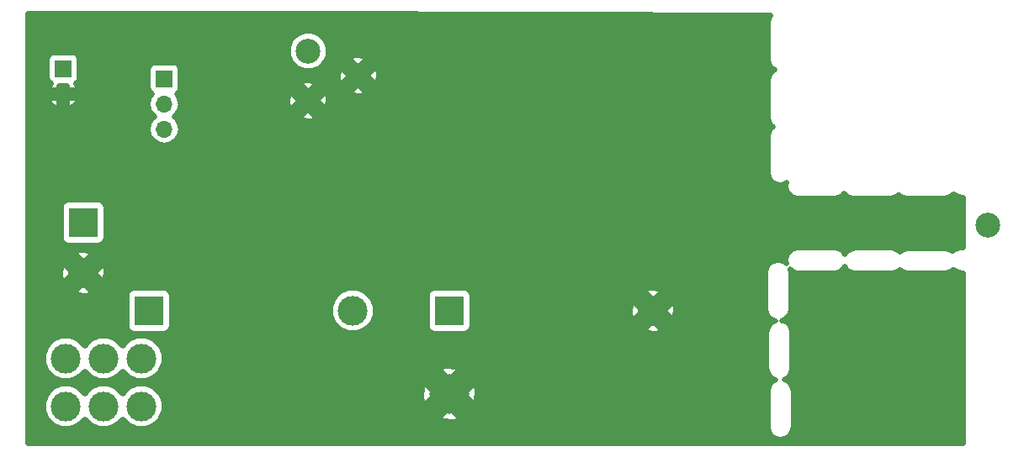
<source format=gbr>
G04 #@! TF.FileFunction,Copper,L2,Bot,Signal*
%FSLAX46Y46*%
G04 Gerber Fmt 4.6, Leading zero omitted, Abs format (unit mm)*
G04 Created by KiCad (PCBNEW 4.0.7) date 04/19/20 01:40:25*
%MOMM*%
%LPD*%
G01*
G04 APERTURE LIST*
%ADD10C,0.100000*%
%ADD11C,3.000000*%
%ADD12R,3.000000X3.000000*%
%ADD13R,1.700000X1.700000*%
%ADD14O,1.700000X1.700000*%
%ADD15C,2.500000*%
%ADD16C,4.000000*%
%ADD17C,0.600000*%
%ADD18C,0.350000*%
%ADD19C,0.500000*%
G04 APERTURE END LIST*
D10*
D11*
X71544000Y-112776000D03*
D12*
X51054000Y-112776000D03*
D11*
X50292000Y-117602000D03*
X46482000Y-117602000D03*
X42672000Y-117602000D03*
X50292000Y-122428000D03*
X46482000Y-122428000D03*
X42672000Y-122428000D03*
X101770000Y-112776000D03*
D12*
X81280000Y-112776000D03*
D13*
X42418000Y-88392000D03*
D14*
X42418000Y-90932000D03*
D15*
X72096000Y-89114000D03*
X67056000Y-91614000D03*
X67056000Y-86614000D03*
D13*
X52578000Y-89408000D03*
D14*
X52578000Y-91948000D03*
X52578000Y-94488000D03*
D15*
X135430000Y-104160000D03*
D16*
X81280000Y-121158000D03*
D12*
X44450000Y-103886000D03*
D11*
X44450000Y-108966000D03*
D17*
X39878000Y-120142000D03*
X39878000Y-121412000D03*
X39878000Y-122936000D03*
X39878000Y-124460000D03*
X40386000Y-125730000D03*
X42672000Y-125984000D03*
X45212000Y-125730000D03*
X47498000Y-125730000D03*
X50546000Y-125730000D03*
X52324000Y-125730000D03*
X78670000Y-93820000D03*
X78620000Y-92010000D03*
X79040000Y-91050000D03*
X79410000Y-89810000D03*
X79410000Y-87660000D03*
X79510000Y-86360000D03*
X79880000Y-84550000D03*
X105625000Y-91675000D03*
X106975000Y-91675000D03*
X108150000Y-91675000D03*
X94750000Y-98225000D03*
X94750000Y-97225000D03*
X94675000Y-96025000D03*
X94996000Y-83820000D03*
X94996000Y-85090000D03*
X94742000Y-86614000D03*
X94488000Y-87884000D03*
X94488000Y-89408000D03*
X94525000Y-90300000D03*
X94700000Y-91675000D03*
X95504000Y-93472000D03*
X96774000Y-93472000D03*
X97536000Y-93980000D03*
X98044000Y-95250000D03*
X98044000Y-97028000D03*
X98044000Y-98298000D03*
X75692000Y-94488000D03*
X66294000Y-88900000D03*
X67564000Y-89154000D03*
X69088000Y-89662000D03*
X70612000Y-90678000D03*
X72136000Y-92456000D03*
X52070000Y-98806000D03*
X39370000Y-108204000D03*
X39370000Y-105918000D03*
X39116000Y-103124000D03*
X39370000Y-102362000D03*
X39116000Y-112522000D03*
X39624000Y-109728000D03*
X52250000Y-102650000D03*
X51070000Y-102470000D03*
X48460000Y-101620000D03*
X46910000Y-101610000D03*
X45670000Y-101530000D03*
X44490000Y-101320000D03*
X42730000Y-101240000D03*
X41300000Y-100870000D03*
X54040000Y-85300000D03*
X54300000Y-86750000D03*
X54700000Y-88500000D03*
X54500000Y-89610000D03*
X54270000Y-90500000D03*
X54280000Y-91770000D03*
X54220000Y-92810000D03*
X39750000Y-100750000D03*
X39200000Y-99950000D03*
X39050000Y-98650000D03*
X39150000Y-96900000D03*
X39100000Y-95400000D03*
X38900000Y-93850000D03*
X38900000Y-92650000D03*
X39050000Y-91650000D03*
X61900000Y-101050000D03*
X61334000Y-100050000D03*
X61184000Y-97850000D03*
X62400000Y-97000000D03*
X62450000Y-95300000D03*
X54850000Y-93500000D03*
X54800000Y-94450000D03*
X54650000Y-95650000D03*
X54200000Y-102200000D03*
X59550000Y-102100000D03*
X57700000Y-102000000D03*
X55450000Y-101900000D03*
X61800000Y-102100000D03*
X63875000Y-101825000D03*
X65875000Y-101850000D03*
X68150000Y-101975000D03*
X70450000Y-102000000D03*
X72129966Y-101802640D03*
X74050000Y-102025000D03*
X75650000Y-102250000D03*
X48400000Y-83250000D03*
X46650000Y-83300000D03*
X44400000Y-83300000D03*
X42600000Y-83050000D03*
X40400000Y-83100000D03*
X39550000Y-83850000D03*
X38850000Y-85100000D03*
X38800000Y-86500000D03*
X38850000Y-88150000D03*
X38850000Y-89800000D03*
X39300000Y-90950000D03*
X78070000Y-95550000D03*
X78030000Y-97230000D03*
X64500000Y-93000000D03*
X65000000Y-91500000D03*
X65000000Y-89500000D03*
X65000000Y-84000000D03*
X65000000Y-88000000D03*
X65000000Y-86500000D03*
X65000000Y-85000000D03*
X54040000Y-98070000D03*
X53970000Y-83840000D03*
X50450000Y-83200000D03*
X38862000Y-115062000D03*
X54250000Y-83150000D03*
X52350000Y-83150000D03*
X56750000Y-83100000D03*
X110744000Y-108966000D03*
X109474000Y-107188000D03*
X107188000Y-105410000D03*
X104902000Y-103378000D03*
X103124000Y-101854000D03*
X101346000Y-100838000D03*
X39878000Y-118872000D03*
X111760000Y-112522000D03*
X111506000Y-115062000D03*
X111760000Y-116840000D03*
X111506000Y-119380000D03*
X111252000Y-121412000D03*
X110744000Y-123698000D03*
X109474000Y-125476000D03*
X105918000Y-125730000D03*
X102616000Y-125730000D03*
X99822000Y-125984000D03*
X96266000Y-125984000D03*
X93218000Y-125730000D03*
X88646000Y-125476000D03*
X85598000Y-125730000D03*
X82042000Y-125730000D03*
X78232000Y-125984000D03*
X74676000Y-125984000D03*
X71628000Y-125984000D03*
X68072000Y-125730000D03*
X64770000Y-125730000D03*
X62230000Y-125730000D03*
X59944000Y-125476000D03*
X58420000Y-125222000D03*
X55626000Y-125222000D03*
X53594000Y-125222000D03*
X112014000Y-109728000D03*
X112014000Y-107442000D03*
X77250000Y-101900000D03*
X78350000Y-101350000D03*
X99822000Y-100330000D03*
X96774000Y-100076000D03*
X95250000Y-100092000D03*
X92710000Y-99822000D03*
X91050000Y-99838000D03*
X88850000Y-100750000D03*
X87500000Y-101950000D03*
X85600000Y-102550000D03*
X83300000Y-102350000D03*
X81250000Y-102050000D03*
X132590000Y-105420000D03*
X132660000Y-102460000D03*
X114440000Y-105640000D03*
X114540000Y-105640000D03*
X130048000Y-105410000D03*
X127630000Y-105470000D03*
X125790000Y-105370000D03*
X124190000Y-105490000D03*
X122480000Y-105510000D03*
X120690000Y-105550000D03*
X118470000Y-105500000D03*
X116590000Y-105480000D03*
X129810000Y-102470000D03*
X128220000Y-102440000D03*
X126370000Y-102440000D03*
X124210000Y-102420000D03*
X122510000Y-102420000D03*
X120750000Y-102420000D03*
X118800000Y-102370000D03*
X116008911Y-102321919D03*
X113550000Y-102230000D03*
X113030000Y-101346000D03*
X113140000Y-99548000D03*
X113030000Y-97028000D03*
X113030000Y-94996000D03*
X113030000Y-92964000D03*
X113030000Y-90932000D03*
X113060000Y-89634000D03*
X112950000Y-87834000D03*
X112760000Y-85736000D03*
X112014000Y-84074000D03*
X110236000Y-83820000D03*
X104400000Y-83250000D03*
X102600000Y-83150000D03*
X101100000Y-83150000D03*
X99350000Y-83100000D03*
X97600000Y-83100000D03*
X96350000Y-83000000D03*
X106450000Y-83450000D03*
X108458000Y-83566000D03*
X79630000Y-99140000D03*
X80960000Y-98260000D03*
X79960000Y-102710000D03*
X79970000Y-101350000D03*
X78560000Y-83590000D03*
X58450000Y-82900000D03*
X60500000Y-83000000D03*
X62200000Y-83100000D03*
X63650000Y-83100000D03*
X65300000Y-83100000D03*
X67100000Y-83150000D03*
X68950000Y-83250000D03*
X71250000Y-83300000D03*
X73150000Y-83250000D03*
X74650000Y-83350000D03*
X76700000Y-83250000D03*
X95000000Y-83050000D03*
X93500000Y-83000000D03*
X92050000Y-83050000D03*
X91000000Y-83100000D03*
X89400000Y-83000000D03*
X87750000Y-83050000D03*
X86550000Y-83100000D03*
X85200000Y-83150000D03*
X83950000Y-83000000D03*
X82400000Y-83000000D03*
X80900000Y-83050000D03*
X79250000Y-83100000D03*
D18*
X39878000Y-120142000D02*
X39878000Y-121412000D01*
X39878000Y-122936000D02*
X39878000Y-124460000D01*
X40386000Y-125730000D02*
X40640000Y-125984000D01*
X40640000Y-125984000D02*
X42672000Y-125984000D01*
X45212000Y-125730000D02*
X47498000Y-125730000D01*
X50546000Y-125730000D02*
X52324000Y-125730000D01*
X78070000Y-95550000D02*
X78070000Y-94420000D01*
X78070000Y-94420000D02*
X78670000Y-93820000D01*
X78620000Y-92010000D02*
X79040000Y-91590000D01*
X79040000Y-91590000D02*
X79040000Y-91050000D01*
X79410000Y-89810000D02*
X79410000Y-87660000D01*
X79510000Y-86360000D02*
X79880000Y-85990000D01*
X79880000Y-85990000D02*
X79880000Y-84550000D01*
X105625000Y-91675000D02*
X106975000Y-91675000D01*
X95250000Y-98725000D02*
X95250000Y-100092000D01*
X94750000Y-98225000D02*
X95250000Y-98725000D01*
X94750000Y-96100000D02*
X94750000Y-97225000D01*
X94675000Y-96025000D02*
X94750000Y-96100000D01*
X96774000Y-100076000D02*
X96774000Y-99568000D01*
X94996000Y-84328000D02*
X94996000Y-83820000D01*
X94996000Y-85090000D02*
X94996000Y-84328000D01*
X94742000Y-87630000D02*
X94742000Y-86614000D01*
X94488000Y-87884000D02*
X94742000Y-87630000D01*
X94488000Y-90170000D02*
X94488000Y-89408000D01*
X94525000Y-90300000D02*
X94488000Y-90170000D01*
X94742000Y-92202000D02*
X94700000Y-91675000D01*
X94742000Y-92710000D02*
X94742000Y-92202000D01*
X95504000Y-93472000D02*
X94742000Y-92710000D01*
X97028000Y-93472000D02*
X96774000Y-93472000D01*
X97536000Y-93980000D02*
X97028000Y-93472000D01*
X98044000Y-97028000D02*
X98044000Y-95250000D01*
X96774000Y-99568000D02*
X98044000Y-98298000D01*
X75692000Y-94488000D02*
X77008000Y-94488000D01*
X77008000Y-94488000D02*
X78070000Y-95550000D01*
X65694000Y-89500000D02*
X65000000Y-89500000D01*
X66294000Y-88900000D02*
X65694000Y-89500000D01*
X68580000Y-89154000D02*
X67564000Y-89154000D01*
X69088000Y-89662000D02*
X68580000Y-89154000D01*
X70612000Y-90932000D02*
X70612000Y-90678000D01*
X72136000Y-92456000D02*
X70612000Y-90932000D01*
X52070000Y-98806000D02*
X52070000Y-102470000D01*
X52070000Y-102470000D02*
X52250000Y-102650000D01*
X52806000Y-98070000D02*
X54040000Y-98070000D01*
X52070000Y-98806000D02*
X52806000Y-98070000D01*
X54040000Y-98070000D02*
X54040000Y-102040000D01*
X54040000Y-102040000D02*
X54200000Y-102200000D01*
X39624000Y-109728000D02*
X39370000Y-109474000D01*
X39370000Y-109474000D02*
X39370000Y-108204000D01*
X39370000Y-105918000D02*
X39116000Y-105664000D01*
X39116000Y-105664000D02*
X39116000Y-103124000D01*
X39370000Y-102362000D02*
X39750000Y-101982000D01*
X39750000Y-101982000D02*
X39750000Y-100750000D01*
X38862000Y-115062000D02*
X39116000Y-114808000D01*
X39116000Y-114808000D02*
X39116000Y-112522000D01*
D19*
X51070000Y-102470000D02*
X50970000Y-102370000D01*
X50970000Y-102370000D02*
X49210000Y-102370000D01*
X49210000Y-102370000D02*
X48460000Y-101620000D01*
X46910000Y-101610000D02*
X46830000Y-101530000D01*
X46830000Y-101530000D02*
X45670000Y-101530000D01*
X44490000Y-101320000D02*
X44410000Y-101240000D01*
X44410000Y-101240000D02*
X42730000Y-101240000D01*
X41300000Y-100870000D02*
X41180000Y-100750000D01*
X41180000Y-100750000D02*
X39750000Y-100750000D01*
X53970000Y-85230000D02*
X53970000Y-83840000D01*
X54040000Y-85300000D02*
X53970000Y-85230000D01*
X54300000Y-88100000D02*
X54300000Y-86750000D01*
X54700000Y-88500000D02*
X54300000Y-88100000D01*
X54500000Y-90270000D02*
X54500000Y-89610000D01*
X54270000Y-90500000D02*
X54500000Y-90270000D01*
X54280000Y-92750000D02*
X54280000Y-91770000D01*
X54220000Y-92810000D02*
X54280000Y-92750000D01*
X39050000Y-91650000D02*
X39300000Y-91400000D01*
X39300000Y-91400000D02*
X39300000Y-90950000D01*
X39200000Y-99950000D02*
X39050000Y-99800000D01*
X39050000Y-99800000D02*
X39050000Y-98650000D01*
X39150000Y-96900000D02*
X39100000Y-96850000D01*
X39100000Y-96850000D02*
X39100000Y-95400000D01*
X38900000Y-93850000D02*
X38900000Y-92650000D01*
X61800000Y-101150000D02*
X61800000Y-102100000D01*
X61900000Y-101050000D02*
X61800000Y-101150000D01*
X61234000Y-99950000D02*
X61334000Y-100050000D01*
X61234000Y-97900000D02*
X61234000Y-99950000D01*
X61184000Y-97850000D02*
X61234000Y-97900000D01*
X62400000Y-95350000D02*
X62400000Y-97000000D01*
X62450000Y-95300000D02*
X62400000Y-95350000D01*
X54040000Y-98070000D02*
X54040000Y-96710000D01*
X54850000Y-94400000D02*
X54850000Y-93500000D01*
X54800000Y-94450000D02*
X54850000Y-94400000D01*
X54650000Y-96100000D02*
X54650000Y-95650000D01*
X54040000Y-96710000D02*
X54650000Y-96100000D01*
X53030000Y-102500000D02*
X52250000Y-102650000D01*
X54200000Y-102200000D02*
X53030000Y-102500000D01*
X61800000Y-102100000D02*
X59550000Y-102100000D01*
X57700000Y-102000000D02*
X57600000Y-101900000D01*
X57600000Y-101900000D02*
X55450000Y-101900000D01*
X64516000Y-101600000D02*
X63875000Y-101825000D01*
X65875000Y-101850000D02*
X64516000Y-101600000D01*
X70350000Y-102100000D02*
X68150000Y-101975000D01*
X70450000Y-102000000D02*
X70350000Y-102100000D01*
X72898000Y-101854000D02*
X72129966Y-101802640D01*
X74050000Y-102025000D02*
X72898000Y-101854000D01*
X76900000Y-102250000D02*
X75650000Y-102250000D01*
X39300000Y-90950000D02*
X38850000Y-90500000D01*
X48450000Y-83200000D02*
X50450000Y-83200000D01*
X48400000Y-83250000D02*
X48450000Y-83200000D01*
X44400000Y-83300000D02*
X46650000Y-83300000D01*
X40450000Y-83050000D02*
X42600000Y-83050000D01*
X40400000Y-83100000D02*
X40450000Y-83050000D01*
X39550000Y-84400000D02*
X39550000Y-83850000D01*
X38850000Y-85100000D02*
X39550000Y-84400000D01*
X38800000Y-88100000D02*
X38800000Y-86500000D01*
X38850000Y-88150000D02*
X38800000Y-88100000D01*
X38850000Y-90500000D02*
X38850000Y-89800000D01*
D18*
X64500000Y-93000000D02*
X65000000Y-92500000D01*
X65000000Y-92500000D02*
X65000000Y-91500000D01*
X65000000Y-89500000D02*
X65000000Y-88000000D01*
X65000000Y-86500000D02*
X65000000Y-85000000D01*
X54010000Y-98040000D02*
X54040000Y-98070000D01*
D19*
X52350000Y-83150000D02*
X54250000Y-83150000D01*
X56750000Y-83100000D02*
X56950000Y-82900000D01*
X56950000Y-82900000D02*
X58450000Y-82900000D01*
D18*
X112014000Y-107442000D02*
X112638000Y-107442000D01*
X112638000Y-107442000D02*
X114440000Y-105640000D01*
X99822000Y-100330000D02*
X100076000Y-100076000D01*
X111506000Y-109728000D02*
X112014000Y-109728000D01*
X110744000Y-108966000D02*
X111506000Y-109728000D01*
X108966000Y-107188000D02*
X109474000Y-107188000D01*
X107188000Y-105410000D02*
X108966000Y-107188000D01*
X104648000Y-103378000D02*
X104902000Y-103378000D01*
X103124000Y-101854000D02*
X104648000Y-103378000D01*
X100076000Y-100076000D02*
X101346000Y-100838000D01*
X112014000Y-109728000D02*
X111760000Y-109982000D01*
X111760000Y-109982000D02*
X111760000Y-112522000D01*
X111506000Y-115062000D02*
X111760000Y-115316000D01*
X111760000Y-115316000D02*
X111760000Y-116840000D01*
X111506000Y-119380000D02*
X111252000Y-119634000D01*
X111252000Y-119634000D02*
X111252000Y-121412000D01*
X110744000Y-123698000D02*
X109474000Y-124968000D01*
X109474000Y-124968000D02*
X109474000Y-125476000D01*
X105918000Y-125730000D02*
X102616000Y-125730000D01*
X99822000Y-125984000D02*
X96266000Y-125984000D01*
X93218000Y-125730000D02*
X92964000Y-125476000D01*
X92964000Y-125476000D02*
X88646000Y-125476000D01*
X85598000Y-125730000D02*
X82042000Y-125730000D01*
X78232000Y-125984000D02*
X74676000Y-125984000D01*
X71628000Y-125984000D02*
X71374000Y-125730000D01*
X71374000Y-125730000D02*
X68072000Y-125730000D01*
X64770000Y-125730000D02*
X62230000Y-125730000D01*
X59944000Y-125476000D02*
X59436000Y-125222000D01*
X59436000Y-125222000D02*
X58420000Y-125222000D01*
X55626000Y-125222000D02*
X55118000Y-125222000D01*
X55118000Y-125222000D02*
X53594000Y-125222000D01*
D19*
X79970000Y-101350000D02*
X78350000Y-101350000D01*
X77250000Y-101900000D02*
X76900000Y-102250000D01*
X96774000Y-100076000D02*
X95250000Y-100092000D01*
X80550000Y-101350000D02*
X79970000Y-101350000D01*
X92710000Y-99822000D02*
X91050000Y-99838000D01*
X88850000Y-100750000D02*
X87650000Y-101950000D01*
X87650000Y-101950000D02*
X87500000Y-101950000D01*
X85600000Y-102550000D02*
X85400000Y-102350000D01*
X85400000Y-102350000D02*
X83300000Y-102350000D01*
X81250000Y-102050000D02*
X80550000Y-101350000D01*
X132660000Y-102460000D02*
X132690000Y-105400000D01*
X129810000Y-102470000D02*
X132610000Y-102510000D01*
X132610000Y-102510000D02*
X132660000Y-102460000D01*
X114440000Y-105640000D02*
X114540000Y-105640000D01*
X127680000Y-105420000D02*
X130048000Y-105410000D01*
X127630000Y-105470000D02*
X127680000Y-105420000D01*
X124240000Y-105440000D02*
X125790000Y-105370000D01*
X124190000Y-105490000D02*
X124240000Y-105440000D01*
X120740000Y-105500000D02*
X122480000Y-105510000D01*
X120690000Y-105550000D02*
X120740000Y-105500000D01*
X116590000Y-105480000D02*
X118470000Y-105500000D01*
X129810000Y-102470000D02*
X129960000Y-102470000D01*
X126370000Y-102440000D02*
X128220000Y-102440000D01*
X122510000Y-102420000D02*
X124210000Y-102420000D01*
X118850000Y-102420000D02*
X120750000Y-102420000D01*
X118800000Y-102370000D02*
X118850000Y-102420000D01*
X114368911Y-102641919D02*
X116008911Y-102321919D01*
X113550000Y-102230000D02*
X114368911Y-102641919D01*
X113030000Y-101296000D02*
X113030000Y-101346000D01*
X113140000Y-99548000D02*
X113030000Y-101296000D01*
X108458000Y-83566000D02*
X108800000Y-83600000D01*
X112980000Y-95046000D02*
X113030000Y-97028000D01*
X113030000Y-94996000D02*
X112980000Y-95046000D01*
X112980000Y-90982000D02*
X113030000Y-92964000D01*
X113030000Y-90932000D02*
X112980000Y-90982000D01*
X113050000Y-87934000D02*
X113060000Y-89634000D01*
X112950000Y-87834000D02*
X113050000Y-87934000D01*
X112654372Y-85155168D02*
X112760000Y-85736000D01*
X112014000Y-84074000D02*
X112654372Y-85155168D01*
X108800000Y-83600000D02*
X110236000Y-83820000D01*
X102700000Y-83250000D02*
X104400000Y-83250000D01*
X102600000Y-83150000D02*
X102700000Y-83250000D01*
X99400000Y-83150000D02*
X101100000Y-83150000D01*
X99350000Y-83100000D02*
X99400000Y-83150000D01*
X96450000Y-83100000D02*
X97600000Y-83100000D01*
X96350000Y-83000000D02*
X96450000Y-83100000D01*
X106250000Y-83250000D02*
X104400000Y-83250000D01*
X106450000Y-83450000D02*
X106250000Y-83250000D01*
X79970000Y-99250000D02*
X79970000Y-101350000D01*
X78030000Y-97230000D02*
X79630000Y-98830000D01*
X79630000Y-98830000D02*
X79630000Y-99140000D01*
X80960000Y-98260000D02*
X79970000Y-99250000D01*
X60500000Y-83000000D02*
X60600000Y-83100000D01*
X60600000Y-83100000D02*
X62200000Y-83100000D01*
X63650000Y-83100000D02*
X65300000Y-83100000D01*
X67100000Y-83150000D02*
X67200000Y-83250000D01*
X67200000Y-83250000D02*
X68950000Y-83250000D01*
X71250000Y-83300000D02*
X71300000Y-83250000D01*
X71300000Y-83250000D02*
X73150000Y-83250000D01*
X74650000Y-83350000D02*
X74750000Y-83250000D01*
X74750000Y-83250000D02*
X76700000Y-83250000D01*
X93550000Y-83050000D02*
X95000000Y-83050000D01*
X93500000Y-83000000D02*
X93550000Y-83050000D01*
X91050000Y-83050000D02*
X92050000Y-83050000D01*
X91000000Y-83100000D02*
X91050000Y-83050000D01*
X87800000Y-83000000D02*
X89400000Y-83000000D01*
X87750000Y-83050000D02*
X87800000Y-83000000D01*
X85250000Y-83100000D02*
X86550000Y-83100000D01*
X85200000Y-83150000D02*
X85250000Y-83100000D01*
X82400000Y-83000000D02*
X83950000Y-83000000D01*
X79300000Y-83050000D02*
X80900000Y-83050000D01*
X79250000Y-83100000D02*
X79300000Y-83050000D01*
G36*
X113639340Y-82951404D02*
X113399151Y-83310873D01*
X113304000Y-83789227D01*
X113304000Y-87406773D01*
X113399151Y-87885127D01*
X113670117Y-88290656D01*
X114011858Y-88519000D01*
X113670117Y-88747344D01*
X113399151Y-89152873D01*
X113304000Y-89631227D01*
X113304000Y-93248773D01*
X113399151Y-93727127D01*
X113670117Y-94132656D01*
X113821789Y-94234000D01*
X113670117Y-94335344D01*
X113399151Y-94740873D01*
X113304000Y-95219227D01*
X113304000Y-98836773D01*
X113399151Y-99315127D01*
X113670117Y-99720656D01*
X114075646Y-99991622D01*
X114554000Y-100086773D01*
X115032354Y-99991622D01*
X115205718Y-99875784D01*
X115141227Y-100200000D01*
X115236378Y-100678354D01*
X115507344Y-101083883D01*
X115912873Y-101354849D01*
X116391227Y-101450000D01*
X120008773Y-101450000D01*
X120487127Y-101354849D01*
X120892656Y-101083883D01*
X121000000Y-100923231D01*
X121107344Y-101083883D01*
X121512873Y-101354849D01*
X121991227Y-101450000D01*
X125608773Y-101450000D01*
X126087127Y-101354849D01*
X126492656Y-101083883D01*
X126500000Y-101072892D01*
X126507344Y-101083883D01*
X126912873Y-101354849D01*
X127391227Y-101450000D01*
X131008773Y-101450000D01*
X131487127Y-101354849D01*
X131892656Y-101083883D01*
X131960643Y-100982133D01*
X132332873Y-101230849D01*
X132811227Y-101326000D01*
X133012000Y-101326000D01*
X133012000Y-106446000D01*
X132811227Y-106446000D01*
X132332873Y-106541151D01*
X131927344Y-106812117D01*
X131922558Y-106819279D01*
X131587127Y-106595151D01*
X131108773Y-106500000D01*
X127491227Y-106500000D01*
X127012873Y-106595151D01*
X126643305Y-106842089D01*
X126642656Y-106841117D01*
X126237127Y-106570151D01*
X125758773Y-106475000D01*
X122141227Y-106475000D01*
X121662873Y-106570151D01*
X121257344Y-106841117D01*
X121083352Y-107101514D01*
X120892656Y-106816117D01*
X120487127Y-106545151D01*
X120008773Y-106450000D01*
X116391227Y-106450000D01*
X115912873Y-106545151D01*
X115507344Y-106816117D01*
X115236378Y-107221646D01*
X115141227Y-107700000D01*
X115214735Y-108069550D01*
X114828354Y-107811378D01*
X114350000Y-107716227D01*
X113871646Y-107811378D01*
X113466117Y-108082344D01*
X113195151Y-108487873D01*
X113100000Y-108966227D01*
X113100000Y-112583773D01*
X113195151Y-113062127D01*
X113466117Y-113467656D01*
X113871646Y-113738622D01*
X114122098Y-113788440D01*
X113981646Y-113816378D01*
X113576117Y-114087344D01*
X113305151Y-114492873D01*
X113210000Y-114971227D01*
X113210000Y-118588773D01*
X113305151Y-119067127D01*
X113576117Y-119472656D01*
X113981646Y-119743622D01*
X114069642Y-119761126D01*
X113716117Y-119997344D01*
X113445151Y-120402873D01*
X113350000Y-120881227D01*
X113350000Y-124498773D01*
X113445151Y-124977127D01*
X113716117Y-125382656D01*
X114121646Y-125653622D01*
X114600000Y-125748773D01*
X115078354Y-125653622D01*
X115483883Y-125382656D01*
X115754849Y-124977127D01*
X115850000Y-124498773D01*
X115850000Y-120881227D01*
X115754849Y-120402873D01*
X115483883Y-119997344D01*
X115078354Y-119726378D01*
X114990358Y-119708874D01*
X115343883Y-119472656D01*
X115614849Y-119067127D01*
X115710000Y-118588773D01*
X115710000Y-114971227D01*
X115614849Y-114492873D01*
X115343883Y-114087344D01*
X114938354Y-113816378D01*
X114687902Y-113766560D01*
X114828354Y-113738622D01*
X115233883Y-113467656D01*
X115504849Y-113062127D01*
X115600000Y-112583773D01*
X115600000Y-108966227D01*
X115526492Y-108596677D01*
X115912873Y-108854849D01*
X116391227Y-108950000D01*
X120008773Y-108950000D01*
X120487127Y-108854849D01*
X120892656Y-108583883D01*
X121066648Y-108323486D01*
X121257344Y-108608883D01*
X121662873Y-108879849D01*
X122141227Y-108975000D01*
X125758773Y-108975000D01*
X126237127Y-108879849D01*
X126606695Y-108632911D01*
X126607344Y-108633883D01*
X127012873Y-108904849D01*
X127491227Y-109000000D01*
X131108773Y-109000000D01*
X131587127Y-108904849D01*
X131992656Y-108633883D01*
X131997442Y-108626721D01*
X132332873Y-108850849D01*
X132811227Y-108946000D01*
X133012000Y-108946000D01*
X133012000Y-126175000D01*
X38825000Y-126175000D01*
X38825000Y-122873589D01*
X40421610Y-122873589D01*
X40763431Y-123700858D01*
X41395813Y-124334345D01*
X42222484Y-124677608D01*
X43117589Y-124678390D01*
X43944858Y-124336569D01*
X44577548Y-123704982D01*
X45205813Y-124334345D01*
X46032484Y-124677608D01*
X46927589Y-124678390D01*
X47754858Y-124336569D01*
X48387548Y-123704982D01*
X49015813Y-124334345D01*
X49842484Y-124677608D01*
X50737589Y-124678390D01*
X51564858Y-124336569D01*
X52198345Y-123704187D01*
X52250156Y-123579410D01*
X80272803Y-123579410D01*
X80544190Y-123872058D01*
X81638825Y-123947045D01*
X82015810Y-123872058D01*
X82287197Y-123579410D01*
X81280000Y-122572214D01*
X80272803Y-123579410D01*
X52250156Y-123579410D01*
X52541608Y-122877516D01*
X52542390Y-121982411D01*
X52350014Y-121516825D01*
X78490955Y-121516825D01*
X78565942Y-121893810D01*
X78858590Y-122165197D01*
X79865786Y-121158000D01*
X82694214Y-121158000D01*
X83701410Y-122165197D01*
X83994058Y-121893810D01*
X84069045Y-120799175D01*
X83994058Y-120422190D01*
X83701410Y-120150803D01*
X82694214Y-121158000D01*
X79865786Y-121158000D01*
X78858590Y-120150803D01*
X78565942Y-120422190D01*
X78490955Y-121516825D01*
X52350014Y-121516825D01*
X52200569Y-121155142D01*
X51568187Y-120521655D01*
X50741516Y-120178392D01*
X49846411Y-120177610D01*
X49019142Y-120519431D01*
X48386452Y-121151018D01*
X47758187Y-120521655D01*
X46931516Y-120178392D01*
X46036411Y-120177610D01*
X45209142Y-120519431D01*
X44576452Y-121151018D01*
X43948187Y-120521655D01*
X43121516Y-120178392D01*
X42226411Y-120177610D01*
X41399142Y-120519431D01*
X40765655Y-121151813D01*
X40422392Y-121978484D01*
X40421610Y-122873589D01*
X38825000Y-122873589D01*
X38825000Y-118047589D01*
X40421610Y-118047589D01*
X40763431Y-118874858D01*
X41395813Y-119508345D01*
X42222484Y-119851608D01*
X43117589Y-119852390D01*
X43944858Y-119510569D01*
X44577548Y-118878982D01*
X45205813Y-119508345D01*
X46032484Y-119851608D01*
X46927589Y-119852390D01*
X47754858Y-119510569D01*
X48387548Y-118878982D01*
X49015813Y-119508345D01*
X49842484Y-119851608D01*
X50737589Y-119852390D01*
X51564858Y-119510569D01*
X52198345Y-118878187D01*
X52257141Y-118736590D01*
X80272803Y-118736590D01*
X81280000Y-119743786D01*
X82287197Y-118736590D01*
X82015810Y-118443942D01*
X80921175Y-118368955D01*
X80544190Y-118443942D01*
X80272803Y-118736590D01*
X52257141Y-118736590D01*
X52541608Y-118051516D01*
X52542390Y-117156411D01*
X52200569Y-116329142D01*
X51568187Y-115695655D01*
X50741516Y-115352392D01*
X49846411Y-115351610D01*
X49019142Y-115693431D01*
X48386452Y-116325018D01*
X47758187Y-115695655D01*
X46931516Y-115352392D01*
X46036411Y-115351610D01*
X45209142Y-115693431D01*
X44576452Y-116325018D01*
X43948187Y-115695655D01*
X43121516Y-115352392D01*
X42226411Y-115351610D01*
X41399142Y-115693431D01*
X40765655Y-116325813D01*
X40422392Y-117152484D01*
X40421610Y-118047589D01*
X38825000Y-118047589D01*
X38825000Y-111276000D01*
X48789307Y-111276000D01*
X48789307Y-114276000D01*
X48841604Y-114553933D01*
X49005862Y-114809198D01*
X49256492Y-114980446D01*
X49554000Y-115040693D01*
X52554000Y-115040693D01*
X52831933Y-114988396D01*
X53087198Y-114824138D01*
X53258446Y-114573508D01*
X53318693Y-114276000D01*
X53318693Y-113221589D01*
X69293610Y-113221589D01*
X69635431Y-114048858D01*
X70267813Y-114682345D01*
X71094484Y-115025608D01*
X71989589Y-115026390D01*
X72816858Y-114684569D01*
X73450345Y-114052187D01*
X73793608Y-113225516D01*
X73794390Y-112330411D01*
X73452569Y-111503142D01*
X73225824Y-111276000D01*
X79015307Y-111276000D01*
X79015307Y-114276000D01*
X79067604Y-114553933D01*
X79231862Y-114809198D01*
X79482492Y-114980446D01*
X79780000Y-115040693D01*
X82780000Y-115040693D01*
X83057933Y-114988396D01*
X83313198Y-114824138D01*
X83395994Y-114702961D01*
X100903699Y-114702961D01*
X101097361Y-114977784D01*
X101991149Y-115067592D01*
X102442639Y-114977784D01*
X102636301Y-114702961D01*
X101770000Y-113836660D01*
X100903699Y-114702961D01*
X83395994Y-114702961D01*
X83484446Y-114573508D01*
X83544693Y-114276000D01*
X83544693Y-112997149D01*
X99478408Y-112997149D01*
X99568216Y-113448639D01*
X99843039Y-113642301D01*
X100709340Y-112776000D01*
X102830660Y-112776000D01*
X103696961Y-113642301D01*
X103971784Y-113448639D01*
X104061592Y-112554851D01*
X103971784Y-112103361D01*
X103696961Y-111909699D01*
X102830660Y-112776000D01*
X100709340Y-112776000D01*
X99843039Y-111909699D01*
X99568216Y-112103361D01*
X99478408Y-112997149D01*
X83544693Y-112997149D01*
X83544693Y-111276000D01*
X83492396Y-110998067D01*
X83396500Y-110849039D01*
X100903699Y-110849039D01*
X101770000Y-111715340D01*
X102636301Y-110849039D01*
X102442639Y-110574216D01*
X101548851Y-110484408D01*
X101097361Y-110574216D01*
X100903699Y-110849039D01*
X83396500Y-110849039D01*
X83328138Y-110742802D01*
X83077508Y-110571554D01*
X82780000Y-110511307D01*
X79780000Y-110511307D01*
X79502067Y-110563604D01*
X79246802Y-110727862D01*
X79075554Y-110978492D01*
X79015307Y-111276000D01*
X73225824Y-111276000D01*
X72820187Y-110869655D01*
X71993516Y-110526392D01*
X71098411Y-110525610D01*
X70271142Y-110867431D01*
X69637655Y-111499813D01*
X69294392Y-112326484D01*
X69293610Y-113221589D01*
X53318693Y-113221589D01*
X53318693Y-111276000D01*
X53266396Y-110998067D01*
X53102138Y-110742802D01*
X52851508Y-110571554D01*
X52554000Y-110511307D01*
X49554000Y-110511307D01*
X49276067Y-110563604D01*
X49020802Y-110727862D01*
X48849554Y-110978492D01*
X48789307Y-111276000D01*
X38825000Y-111276000D01*
X38825000Y-110892961D01*
X43583699Y-110892961D01*
X43777361Y-111167784D01*
X44671149Y-111257592D01*
X45122639Y-111167784D01*
X45316301Y-110892961D01*
X44450000Y-110026660D01*
X43583699Y-110892961D01*
X38825000Y-110892961D01*
X38825000Y-109187149D01*
X42158408Y-109187149D01*
X42248216Y-109638639D01*
X42523039Y-109832301D01*
X43389340Y-108966000D01*
X45510660Y-108966000D01*
X46376961Y-109832301D01*
X46651784Y-109638639D01*
X46741592Y-108744851D01*
X46651784Y-108293361D01*
X46376961Y-108099699D01*
X45510660Y-108966000D01*
X43389340Y-108966000D01*
X42523039Y-108099699D01*
X42248216Y-108293361D01*
X42158408Y-109187149D01*
X38825000Y-109187149D01*
X38825000Y-107039039D01*
X43583699Y-107039039D01*
X44450000Y-107905340D01*
X45316301Y-107039039D01*
X45122639Y-106764216D01*
X44228851Y-106674408D01*
X43777361Y-106764216D01*
X43583699Y-107039039D01*
X38825000Y-107039039D01*
X38825000Y-102386000D01*
X42185307Y-102386000D01*
X42185307Y-105386000D01*
X42237604Y-105663933D01*
X42401862Y-105919198D01*
X42652492Y-106090446D01*
X42950000Y-106150693D01*
X45950000Y-106150693D01*
X46227933Y-106098396D01*
X46483198Y-105934138D01*
X46654446Y-105683508D01*
X46714693Y-105386000D01*
X46714693Y-102386000D01*
X46662396Y-102108067D01*
X46498138Y-101852802D01*
X46247508Y-101681554D01*
X45950000Y-101621307D01*
X42950000Y-101621307D01*
X42672067Y-101673604D01*
X42416802Y-101837862D01*
X42245554Y-102088492D01*
X42185307Y-102386000D01*
X38825000Y-102386000D01*
X38825000Y-91594369D01*
X40952759Y-91594369D01*
X41245311Y-92032255D01*
X41755626Y-92397272D01*
X41993000Y-92293350D01*
X41993000Y-91357000D01*
X42843000Y-91357000D01*
X42843000Y-92293350D01*
X43080374Y-92397272D01*
X43590689Y-92032255D01*
X43646979Y-91948000D01*
X50946654Y-91948000D01*
X51068447Y-92560293D01*
X51415283Y-93079371D01*
X51622756Y-93218000D01*
X51415283Y-93356629D01*
X51068447Y-93875707D01*
X50946654Y-94488000D01*
X51068447Y-95100293D01*
X51415283Y-95619371D01*
X51934361Y-95966207D01*
X52546654Y-96088000D01*
X52609346Y-96088000D01*
X53221639Y-95966207D01*
X53740717Y-95619371D01*
X54087553Y-95100293D01*
X54209346Y-94488000D01*
X54087553Y-93875707D01*
X53740717Y-93356629D01*
X53645584Y-93293063D01*
X66260820Y-93293063D01*
X66415684Y-93558632D01*
X67208604Y-93655644D01*
X67696316Y-93558632D01*
X67851180Y-93293063D01*
X67056000Y-92497883D01*
X66260820Y-93293063D01*
X53645584Y-93293063D01*
X53533244Y-93218000D01*
X53740717Y-93079371D01*
X54087553Y-92560293D01*
X54209346Y-91948000D01*
X54173264Y-91766604D01*
X65014356Y-91766604D01*
X65111368Y-92254316D01*
X65376937Y-92409180D01*
X66172117Y-91614000D01*
X67939883Y-91614000D01*
X68735063Y-92409180D01*
X69000632Y-92254316D01*
X69097644Y-91461396D01*
X69000632Y-90973684D01*
X68735063Y-90818820D01*
X67939883Y-91614000D01*
X66172117Y-91614000D01*
X65376937Y-90818820D01*
X65111368Y-90973684D01*
X65014356Y-91766604D01*
X54173264Y-91766604D01*
X54087553Y-91335707D01*
X53802109Y-90908509D01*
X53961198Y-90806138D01*
X53970131Y-90793063D01*
X71300820Y-90793063D01*
X71455684Y-91058632D01*
X72248604Y-91155644D01*
X72736316Y-91058632D01*
X72891180Y-90793063D01*
X72096000Y-89997883D01*
X71300820Y-90793063D01*
X53970131Y-90793063D01*
X54132446Y-90555508D01*
X54192693Y-90258000D01*
X54192693Y-89934937D01*
X66260820Y-89934937D01*
X67056000Y-90730117D01*
X67851180Y-89934937D01*
X67696316Y-89669368D01*
X66903396Y-89572356D01*
X66415684Y-89669368D01*
X66260820Y-89934937D01*
X54192693Y-89934937D01*
X54192693Y-89266604D01*
X70054356Y-89266604D01*
X70151368Y-89754316D01*
X70416937Y-89909180D01*
X71212117Y-89114000D01*
X72979883Y-89114000D01*
X73775063Y-89909180D01*
X74040632Y-89754316D01*
X74137644Y-88961396D01*
X74040632Y-88473684D01*
X73775063Y-88318820D01*
X72979883Y-89114000D01*
X71212117Y-89114000D01*
X70416937Y-88318820D01*
X70151368Y-88473684D01*
X70054356Y-89266604D01*
X54192693Y-89266604D01*
X54192693Y-88558000D01*
X54140396Y-88280067D01*
X53976138Y-88024802D01*
X53725508Y-87853554D01*
X53428000Y-87793307D01*
X51728000Y-87793307D01*
X51450067Y-87845604D01*
X51194802Y-88009862D01*
X51023554Y-88260492D01*
X50963307Y-88558000D01*
X50963307Y-90258000D01*
X51015604Y-90535933D01*
X51179862Y-90791198D01*
X51353158Y-90909606D01*
X51068447Y-91335707D01*
X50946654Y-91948000D01*
X43646979Y-91948000D01*
X43883241Y-91594369D01*
X43771336Y-91357000D01*
X42843000Y-91357000D01*
X41993000Y-91357000D01*
X41064664Y-91357000D01*
X40952759Y-91594369D01*
X38825000Y-91594369D01*
X38825000Y-87542000D01*
X40803307Y-87542000D01*
X40803307Y-89242000D01*
X40855604Y-89519933D01*
X41019862Y-89775198D01*
X41167998Y-89876415D01*
X41167998Y-89947466D01*
X40952759Y-90269631D01*
X41064664Y-90507000D01*
X41993000Y-90507000D01*
X41993000Y-90082000D01*
X42843000Y-90082000D01*
X42843000Y-90507000D01*
X43771336Y-90507000D01*
X43883241Y-90269631D01*
X43668002Y-89947466D01*
X43668002Y-89875846D01*
X43801198Y-89790138D01*
X43972446Y-89539508D01*
X44032693Y-89242000D01*
X44032693Y-87542000D01*
X43980396Y-87264067D01*
X43816960Y-87010079D01*
X65055654Y-87010079D01*
X65359494Y-87745429D01*
X65921612Y-88308529D01*
X66656430Y-88613652D01*
X67452079Y-88614346D01*
X68187429Y-88310506D01*
X68750529Y-87748388D01*
X68880685Y-87434937D01*
X71300820Y-87434937D01*
X72096000Y-88230117D01*
X72891180Y-87434937D01*
X72736316Y-87169368D01*
X71943396Y-87072356D01*
X71455684Y-87169368D01*
X71300820Y-87434937D01*
X68880685Y-87434937D01*
X69055652Y-87013570D01*
X69056346Y-86217921D01*
X68752506Y-85482571D01*
X68190388Y-84919471D01*
X67455570Y-84614348D01*
X66659921Y-84613654D01*
X65924571Y-84917494D01*
X65361471Y-85479612D01*
X65056348Y-86214430D01*
X65055654Y-87010079D01*
X43816960Y-87010079D01*
X43816138Y-87008802D01*
X43565508Y-86837554D01*
X43268000Y-86777307D01*
X41568000Y-86777307D01*
X41290067Y-86829604D01*
X41034802Y-86993862D01*
X40863554Y-87244492D01*
X40803307Y-87542000D01*
X38825000Y-87542000D01*
X38825000Y-82825000D01*
X66480548Y-82825000D01*
X113639340Y-82951404D01*
X113639340Y-82951404D01*
G37*
X113639340Y-82951404D02*
X113399151Y-83310873D01*
X113304000Y-83789227D01*
X113304000Y-87406773D01*
X113399151Y-87885127D01*
X113670117Y-88290656D01*
X114011858Y-88519000D01*
X113670117Y-88747344D01*
X113399151Y-89152873D01*
X113304000Y-89631227D01*
X113304000Y-93248773D01*
X113399151Y-93727127D01*
X113670117Y-94132656D01*
X113821789Y-94234000D01*
X113670117Y-94335344D01*
X113399151Y-94740873D01*
X113304000Y-95219227D01*
X113304000Y-98836773D01*
X113399151Y-99315127D01*
X113670117Y-99720656D01*
X114075646Y-99991622D01*
X114554000Y-100086773D01*
X115032354Y-99991622D01*
X115205718Y-99875784D01*
X115141227Y-100200000D01*
X115236378Y-100678354D01*
X115507344Y-101083883D01*
X115912873Y-101354849D01*
X116391227Y-101450000D01*
X120008773Y-101450000D01*
X120487127Y-101354849D01*
X120892656Y-101083883D01*
X121000000Y-100923231D01*
X121107344Y-101083883D01*
X121512873Y-101354849D01*
X121991227Y-101450000D01*
X125608773Y-101450000D01*
X126087127Y-101354849D01*
X126492656Y-101083883D01*
X126500000Y-101072892D01*
X126507344Y-101083883D01*
X126912873Y-101354849D01*
X127391227Y-101450000D01*
X131008773Y-101450000D01*
X131487127Y-101354849D01*
X131892656Y-101083883D01*
X131960643Y-100982133D01*
X132332873Y-101230849D01*
X132811227Y-101326000D01*
X133012000Y-101326000D01*
X133012000Y-106446000D01*
X132811227Y-106446000D01*
X132332873Y-106541151D01*
X131927344Y-106812117D01*
X131922558Y-106819279D01*
X131587127Y-106595151D01*
X131108773Y-106500000D01*
X127491227Y-106500000D01*
X127012873Y-106595151D01*
X126643305Y-106842089D01*
X126642656Y-106841117D01*
X126237127Y-106570151D01*
X125758773Y-106475000D01*
X122141227Y-106475000D01*
X121662873Y-106570151D01*
X121257344Y-106841117D01*
X121083352Y-107101514D01*
X120892656Y-106816117D01*
X120487127Y-106545151D01*
X120008773Y-106450000D01*
X116391227Y-106450000D01*
X115912873Y-106545151D01*
X115507344Y-106816117D01*
X115236378Y-107221646D01*
X115141227Y-107700000D01*
X115214735Y-108069550D01*
X114828354Y-107811378D01*
X114350000Y-107716227D01*
X113871646Y-107811378D01*
X113466117Y-108082344D01*
X113195151Y-108487873D01*
X113100000Y-108966227D01*
X113100000Y-112583773D01*
X113195151Y-113062127D01*
X113466117Y-113467656D01*
X113871646Y-113738622D01*
X114122098Y-113788440D01*
X113981646Y-113816378D01*
X113576117Y-114087344D01*
X113305151Y-114492873D01*
X113210000Y-114971227D01*
X113210000Y-118588773D01*
X113305151Y-119067127D01*
X113576117Y-119472656D01*
X113981646Y-119743622D01*
X114069642Y-119761126D01*
X113716117Y-119997344D01*
X113445151Y-120402873D01*
X113350000Y-120881227D01*
X113350000Y-124498773D01*
X113445151Y-124977127D01*
X113716117Y-125382656D01*
X114121646Y-125653622D01*
X114600000Y-125748773D01*
X115078354Y-125653622D01*
X115483883Y-125382656D01*
X115754849Y-124977127D01*
X115850000Y-124498773D01*
X115850000Y-120881227D01*
X115754849Y-120402873D01*
X115483883Y-119997344D01*
X115078354Y-119726378D01*
X114990358Y-119708874D01*
X115343883Y-119472656D01*
X115614849Y-119067127D01*
X115710000Y-118588773D01*
X115710000Y-114971227D01*
X115614849Y-114492873D01*
X115343883Y-114087344D01*
X114938354Y-113816378D01*
X114687902Y-113766560D01*
X114828354Y-113738622D01*
X115233883Y-113467656D01*
X115504849Y-113062127D01*
X115600000Y-112583773D01*
X115600000Y-108966227D01*
X115526492Y-108596677D01*
X115912873Y-108854849D01*
X116391227Y-108950000D01*
X120008773Y-108950000D01*
X120487127Y-108854849D01*
X120892656Y-108583883D01*
X121066648Y-108323486D01*
X121257344Y-108608883D01*
X121662873Y-108879849D01*
X122141227Y-108975000D01*
X125758773Y-108975000D01*
X126237127Y-108879849D01*
X126606695Y-108632911D01*
X126607344Y-108633883D01*
X127012873Y-108904849D01*
X127491227Y-109000000D01*
X131108773Y-109000000D01*
X131587127Y-108904849D01*
X131992656Y-108633883D01*
X131997442Y-108626721D01*
X132332873Y-108850849D01*
X132811227Y-108946000D01*
X133012000Y-108946000D01*
X133012000Y-126175000D01*
X38825000Y-126175000D01*
X38825000Y-122873589D01*
X40421610Y-122873589D01*
X40763431Y-123700858D01*
X41395813Y-124334345D01*
X42222484Y-124677608D01*
X43117589Y-124678390D01*
X43944858Y-124336569D01*
X44577548Y-123704982D01*
X45205813Y-124334345D01*
X46032484Y-124677608D01*
X46927589Y-124678390D01*
X47754858Y-124336569D01*
X48387548Y-123704982D01*
X49015813Y-124334345D01*
X49842484Y-124677608D01*
X50737589Y-124678390D01*
X51564858Y-124336569D01*
X52198345Y-123704187D01*
X52250156Y-123579410D01*
X80272803Y-123579410D01*
X80544190Y-123872058D01*
X81638825Y-123947045D01*
X82015810Y-123872058D01*
X82287197Y-123579410D01*
X81280000Y-122572214D01*
X80272803Y-123579410D01*
X52250156Y-123579410D01*
X52541608Y-122877516D01*
X52542390Y-121982411D01*
X52350014Y-121516825D01*
X78490955Y-121516825D01*
X78565942Y-121893810D01*
X78858590Y-122165197D01*
X79865786Y-121158000D01*
X82694214Y-121158000D01*
X83701410Y-122165197D01*
X83994058Y-121893810D01*
X84069045Y-120799175D01*
X83994058Y-120422190D01*
X83701410Y-120150803D01*
X82694214Y-121158000D01*
X79865786Y-121158000D01*
X78858590Y-120150803D01*
X78565942Y-120422190D01*
X78490955Y-121516825D01*
X52350014Y-121516825D01*
X52200569Y-121155142D01*
X51568187Y-120521655D01*
X50741516Y-120178392D01*
X49846411Y-120177610D01*
X49019142Y-120519431D01*
X48386452Y-121151018D01*
X47758187Y-120521655D01*
X46931516Y-120178392D01*
X46036411Y-120177610D01*
X45209142Y-120519431D01*
X44576452Y-121151018D01*
X43948187Y-120521655D01*
X43121516Y-120178392D01*
X42226411Y-120177610D01*
X41399142Y-120519431D01*
X40765655Y-121151813D01*
X40422392Y-121978484D01*
X40421610Y-122873589D01*
X38825000Y-122873589D01*
X38825000Y-118047589D01*
X40421610Y-118047589D01*
X40763431Y-118874858D01*
X41395813Y-119508345D01*
X42222484Y-119851608D01*
X43117589Y-119852390D01*
X43944858Y-119510569D01*
X44577548Y-118878982D01*
X45205813Y-119508345D01*
X46032484Y-119851608D01*
X46927589Y-119852390D01*
X47754858Y-119510569D01*
X48387548Y-118878982D01*
X49015813Y-119508345D01*
X49842484Y-119851608D01*
X50737589Y-119852390D01*
X51564858Y-119510569D01*
X52198345Y-118878187D01*
X52257141Y-118736590D01*
X80272803Y-118736590D01*
X81280000Y-119743786D01*
X82287197Y-118736590D01*
X82015810Y-118443942D01*
X80921175Y-118368955D01*
X80544190Y-118443942D01*
X80272803Y-118736590D01*
X52257141Y-118736590D01*
X52541608Y-118051516D01*
X52542390Y-117156411D01*
X52200569Y-116329142D01*
X51568187Y-115695655D01*
X50741516Y-115352392D01*
X49846411Y-115351610D01*
X49019142Y-115693431D01*
X48386452Y-116325018D01*
X47758187Y-115695655D01*
X46931516Y-115352392D01*
X46036411Y-115351610D01*
X45209142Y-115693431D01*
X44576452Y-116325018D01*
X43948187Y-115695655D01*
X43121516Y-115352392D01*
X42226411Y-115351610D01*
X41399142Y-115693431D01*
X40765655Y-116325813D01*
X40422392Y-117152484D01*
X40421610Y-118047589D01*
X38825000Y-118047589D01*
X38825000Y-111276000D01*
X48789307Y-111276000D01*
X48789307Y-114276000D01*
X48841604Y-114553933D01*
X49005862Y-114809198D01*
X49256492Y-114980446D01*
X49554000Y-115040693D01*
X52554000Y-115040693D01*
X52831933Y-114988396D01*
X53087198Y-114824138D01*
X53258446Y-114573508D01*
X53318693Y-114276000D01*
X53318693Y-113221589D01*
X69293610Y-113221589D01*
X69635431Y-114048858D01*
X70267813Y-114682345D01*
X71094484Y-115025608D01*
X71989589Y-115026390D01*
X72816858Y-114684569D01*
X73450345Y-114052187D01*
X73793608Y-113225516D01*
X73794390Y-112330411D01*
X73452569Y-111503142D01*
X73225824Y-111276000D01*
X79015307Y-111276000D01*
X79015307Y-114276000D01*
X79067604Y-114553933D01*
X79231862Y-114809198D01*
X79482492Y-114980446D01*
X79780000Y-115040693D01*
X82780000Y-115040693D01*
X83057933Y-114988396D01*
X83313198Y-114824138D01*
X83395994Y-114702961D01*
X100903699Y-114702961D01*
X101097361Y-114977784D01*
X101991149Y-115067592D01*
X102442639Y-114977784D01*
X102636301Y-114702961D01*
X101770000Y-113836660D01*
X100903699Y-114702961D01*
X83395994Y-114702961D01*
X83484446Y-114573508D01*
X83544693Y-114276000D01*
X83544693Y-112997149D01*
X99478408Y-112997149D01*
X99568216Y-113448639D01*
X99843039Y-113642301D01*
X100709340Y-112776000D01*
X102830660Y-112776000D01*
X103696961Y-113642301D01*
X103971784Y-113448639D01*
X104061592Y-112554851D01*
X103971784Y-112103361D01*
X103696961Y-111909699D01*
X102830660Y-112776000D01*
X100709340Y-112776000D01*
X99843039Y-111909699D01*
X99568216Y-112103361D01*
X99478408Y-112997149D01*
X83544693Y-112997149D01*
X83544693Y-111276000D01*
X83492396Y-110998067D01*
X83396500Y-110849039D01*
X100903699Y-110849039D01*
X101770000Y-111715340D01*
X102636301Y-110849039D01*
X102442639Y-110574216D01*
X101548851Y-110484408D01*
X101097361Y-110574216D01*
X100903699Y-110849039D01*
X83396500Y-110849039D01*
X83328138Y-110742802D01*
X83077508Y-110571554D01*
X82780000Y-110511307D01*
X79780000Y-110511307D01*
X79502067Y-110563604D01*
X79246802Y-110727862D01*
X79075554Y-110978492D01*
X79015307Y-111276000D01*
X73225824Y-111276000D01*
X72820187Y-110869655D01*
X71993516Y-110526392D01*
X71098411Y-110525610D01*
X70271142Y-110867431D01*
X69637655Y-111499813D01*
X69294392Y-112326484D01*
X69293610Y-113221589D01*
X53318693Y-113221589D01*
X53318693Y-111276000D01*
X53266396Y-110998067D01*
X53102138Y-110742802D01*
X52851508Y-110571554D01*
X52554000Y-110511307D01*
X49554000Y-110511307D01*
X49276067Y-110563604D01*
X49020802Y-110727862D01*
X48849554Y-110978492D01*
X48789307Y-111276000D01*
X38825000Y-111276000D01*
X38825000Y-110892961D01*
X43583699Y-110892961D01*
X43777361Y-111167784D01*
X44671149Y-111257592D01*
X45122639Y-111167784D01*
X45316301Y-110892961D01*
X44450000Y-110026660D01*
X43583699Y-110892961D01*
X38825000Y-110892961D01*
X38825000Y-109187149D01*
X42158408Y-109187149D01*
X42248216Y-109638639D01*
X42523039Y-109832301D01*
X43389340Y-108966000D01*
X45510660Y-108966000D01*
X46376961Y-109832301D01*
X46651784Y-109638639D01*
X46741592Y-108744851D01*
X46651784Y-108293361D01*
X46376961Y-108099699D01*
X45510660Y-108966000D01*
X43389340Y-108966000D01*
X42523039Y-108099699D01*
X42248216Y-108293361D01*
X42158408Y-109187149D01*
X38825000Y-109187149D01*
X38825000Y-107039039D01*
X43583699Y-107039039D01*
X44450000Y-107905340D01*
X45316301Y-107039039D01*
X45122639Y-106764216D01*
X44228851Y-106674408D01*
X43777361Y-106764216D01*
X43583699Y-107039039D01*
X38825000Y-107039039D01*
X38825000Y-102386000D01*
X42185307Y-102386000D01*
X42185307Y-105386000D01*
X42237604Y-105663933D01*
X42401862Y-105919198D01*
X42652492Y-106090446D01*
X42950000Y-106150693D01*
X45950000Y-106150693D01*
X46227933Y-106098396D01*
X46483198Y-105934138D01*
X46654446Y-105683508D01*
X46714693Y-105386000D01*
X46714693Y-102386000D01*
X46662396Y-102108067D01*
X46498138Y-101852802D01*
X46247508Y-101681554D01*
X45950000Y-101621307D01*
X42950000Y-101621307D01*
X42672067Y-101673604D01*
X42416802Y-101837862D01*
X42245554Y-102088492D01*
X42185307Y-102386000D01*
X38825000Y-102386000D01*
X38825000Y-91594369D01*
X40952759Y-91594369D01*
X41245311Y-92032255D01*
X41755626Y-92397272D01*
X41993000Y-92293350D01*
X41993000Y-91357000D01*
X42843000Y-91357000D01*
X42843000Y-92293350D01*
X43080374Y-92397272D01*
X43590689Y-92032255D01*
X43646979Y-91948000D01*
X50946654Y-91948000D01*
X51068447Y-92560293D01*
X51415283Y-93079371D01*
X51622756Y-93218000D01*
X51415283Y-93356629D01*
X51068447Y-93875707D01*
X50946654Y-94488000D01*
X51068447Y-95100293D01*
X51415283Y-95619371D01*
X51934361Y-95966207D01*
X52546654Y-96088000D01*
X52609346Y-96088000D01*
X53221639Y-95966207D01*
X53740717Y-95619371D01*
X54087553Y-95100293D01*
X54209346Y-94488000D01*
X54087553Y-93875707D01*
X53740717Y-93356629D01*
X53645584Y-93293063D01*
X66260820Y-93293063D01*
X66415684Y-93558632D01*
X67208604Y-93655644D01*
X67696316Y-93558632D01*
X67851180Y-93293063D01*
X67056000Y-92497883D01*
X66260820Y-93293063D01*
X53645584Y-93293063D01*
X53533244Y-93218000D01*
X53740717Y-93079371D01*
X54087553Y-92560293D01*
X54209346Y-91948000D01*
X54173264Y-91766604D01*
X65014356Y-91766604D01*
X65111368Y-92254316D01*
X65376937Y-92409180D01*
X66172117Y-91614000D01*
X67939883Y-91614000D01*
X68735063Y-92409180D01*
X69000632Y-92254316D01*
X69097644Y-91461396D01*
X69000632Y-90973684D01*
X68735063Y-90818820D01*
X67939883Y-91614000D01*
X66172117Y-91614000D01*
X65376937Y-90818820D01*
X65111368Y-90973684D01*
X65014356Y-91766604D01*
X54173264Y-91766604D01*
X54087553Y-91335707D01*
X53802109Y-90908509D01*
X53961198Y-90806138D01*
X53970131Y-90793063D01*
X71300820Y-90793063D01*
X71455684Y-91058632D01*
X72248604Y-91155644D01*
X72736316Y-91058632D01*
X72891180Y-90793063D01*
X72096000Y-89997883D01*
X71300820Y-90793063D01*
X53970131Y-90793063D01*
X54132446Y-90555508D01*
X54192693Y-90258000D01*
X54192693Y-89934937D01*
X66260820Y-89934937D01*
X67056000Y-90730117D01*
X67851180Y-89934937D01*
X67696316Y-89669368D01*
X66903396Y-89572356D01*
X66415684Y-89669368D01*
X66260820Y-89934937D01*
X54192693Y-89934937D01*
X54192693Y-89266604D01*
X70054356Y-89266604D01*
X70151368Y-89754316D01*
X70416937Y-89909180D01*
X71212117Y-89114000D01*
X72979883Y-89114000D01*
X73775063Y-89909180D01*
X74040632Y-89754316D01*
X74137644Y-88961396D01*
X74040632Y-88473684D01*
X73775063Y-88318820D01*
X72979883Y-89114000D01*
X71212117Y-89114000D01*
X70416937Y-88318820D01*
X70151368Y-88473684D01*
X70054356Y-89266604D01*
X54192693Y-89266604D01*
X54192693Y-88558000D01*
X54140396Y-88280067D01*
X53976138Y-88024802D01*
X53725508Y-87853554D01*
X53428000Y-87793307D01*
X51728000Y-87793307D01*
X51450067Y-87845604D01*
X51194802Y-88009862D01*
X51023554Y-88260492D01*
X50963307Y-88558000D01*
X50963307Y-90258000D01*
X51015604Y-90535933D01*
X51179862Y-90791198D01*
X51353158Y-90909606D01*
X51068447Y-91335707D01*
X50946654Y-91948000D01*
X43646979Y-91948000D01*
X43883241Y-91594369D01*
X43771336Y-91357000D01*
X42843000Y-91357000D01*
X41993000Y-91357000D01*
X41064664Y-91357000D01*
X40952759Y-91594369D01*
X38825000Y-91594369D01*
X38825000Y-87542000D01*
X40803307Y-87542000D01*
X40803307Y-89242000D01*
X40855604Y-89519933D01*
X41019862Y-89775198D01*
X41167998Y-89876415D01*
X41167998Y-89947466D01*
X40952759Y-90269631D01*
X41064664Y-90507000D01*
X41993000Y-90507000D01*
X41993000Y-90082000D01*
X42843000Y-90082000D01*
X42843000Y-90507000D01*
X43771336Y-90507000D01*
X43883241Y-90269631D01*
X43668002Y-89947466D01*
X43668002Y-89875846D01*
X43801198Y-89790138D01*
X43972446Y-89539508D01*
X44032693Y-89242000D01*
X44032693Y-87542000D01*
X43980396Y-87264067D01*
X43816960Y-87010079D01*
X65055654Y-87010079D01*
X65359494Y-87745429D01*
X65921612Y-88308529D01*
X66656430Y-88613652D01*
X67452079Y-88614346D01*
X68187429Y-88310506D01*
X68750529Y-87748388D01*
X68880685Y-87434937D01*
X71300820Y-87434937D01*
X72096000Y-88230117D01*
X72891180Y-87434937D01*
X72736316Y-87169368D01*
X71943396Y-87072356D01*
X71455684Y-87169368D01*
X71300820Y-87434937D01*
X68880685Y-87434937D01*
X69055652Y-87013570D01*
X69056346Y-86217921D01*
X68752506Y-85482571D01*
X68190388Y-84919471D01*
X67455570Y-84614348D01*
X66659921Y-84613654D01*
X65924571Y-84917494D01*
X65361471Y-85479612D01*
X65056348Y-86214430D01*
X65055654Y-87010079D01*
X43816960Y-87010079D01*
X43816138Y-87008802D01*
X43565508Y-86837554D01*
X43268000Y-86777307D01*
X41568000Y-86777307D01*
X41290067Y-86829604D01*
X41034802Y-86993862D01*
X40863554Y-87244492D01*
X40803307Y-87542000D01*
X38825000Y-87542000D01*
X38825000Y-82825000D01*
X66480548Y-82825000D01*
X113639340Y-82951404D01*
M02*

</source>
